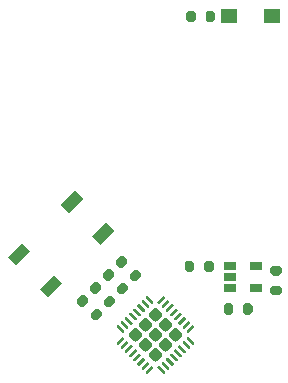
<source format=gbr>
G04 #@! TF.GenerationSoftware,KiCad,Pcbnew,(5.1.8)-1*
G04 #@! TF.CreationDate,2021-05-01T00:31:05-04:00*
G04 #@! TF.ProjectId,pcb,7063622e-6b69-4636-9164-5f7063625858,1*
G04 #@! TF.SameCoordinates,Original*
G04 #@! TF.FileFunction,Paste,Bot*
G04 #@! TF.FilePolarity,Positive*
%FSLAX46Y46*%
G04 Gerber Fmt 4.6, Leading zero omitted, Abs format (unit mm)*
G04 Created by KiCad (PCBNEW (5.1.8)-1) date 2021-05-01 00:31:05*
%MOMM*%
%LPD*%
G01*
G04 APERTURE LIST*
%ADD10R,1.060000X0.650000*%
%ADD11R,1.400000X1.250000*%
%ADD12C,0.152400*%
G04 APERTURE END LIST*
G36*
G01*
X200639340Y-112228249D02*
X201028249Y-111839340D01*
G75*
G02*
X201311091Y-111839340I141421J-141421D01*
G01*
X201593934Y-112122183D01*
G75*
G02*
X201593934Y-112405025I-141421J-141421D01*
G01*
X201205025Y-112793934D01*
G75*
G02*
X200922183Y-112793934I-141421J141421D01*
G01*
X200639340Y-112511091D01*
G75*
G02*
X200639340Y-112228249I141421J141421D01*
G01*
G37*
G36*
G01*
X201806066Y-113394975D02*
X202194975Y-113006066D01*
G75*
G02*
X202477817Y-113006066I141421J-141421D01*
G01*
X202760660Y-113288909D01*
G75*
G02*
X202760660Y-113571751I-141421J-141421D01*
G01*
X202371751Y-113960660D01*
G75*
G02*
X202088909Y-113960660I-141421J141421D01*
G01*
X201806066Y-113677817D01*
G75*
G02*
X201806066Y-113394975I141421J141421D01*
G01*
G37*
G36*
G01*
X202693934Y-111305025D02*
X202305025Y-111693934D01*
G75*
G02*
X202022183Y-111693934I-141421J141421D01*
G01*
X201739340Y-111411091D01*
G75*
G02*
X201739340Y-111128249I141421J141421D01*
G01*
X202128249Y-110739340D01*
G75*
G02*
X202411091Y-110739340I141421J-141421D01*
G01*
X202693934Y-111022183D01*
G75*
G02*
X202693934Y-111305025I-141421J-141421D01*
G01*
G37*
G36*
G01*
X203860660Y-112471751D02*
X203471751Y-112860660D01*
G75*
G02*
X203188909Y-112860660I-141421J141421D01*
G01*
X202906066Y-112577817D01*
G75*
G02*
X202906066Y-112294975I141421J141421D01*
G01*
X203294975Y-111906066D01*
G75*
G02*
X203577817Y-111906066I141421J-141421D01*
G01*
X203860660Y-112188909D01*
G75*
G02*
X203860660Y-112471751I-141421J-141421D01*
G01*
G37*
G36*
G01*
X204960660Y-111371751D02*
X204571751Y-111760660D01*
G75*
G02*
X204288909Y-111760660I-141421J141421D01*
G01*
X204006066Y-111477817D01*
G75*
G02*
X204006066Y-111194975I141421J141421D01*
G01*
X204394975Y-110806066D01*
G75*
G02*
X204677817Y-110806066I141421J-141421D01*
G01*
X204960660Y-111088909D01*
G75*
G02*
X204960660Y-111371751I-141421J-141421D01*
G01*
G37*
G36*
G01*
X203793934Y-110205025D02*
X203405025Y-110593934D01*
G75*
G02*
X203122183Y-110593934I-141421J141421D01*
G01*
X202839340Y-110311091D01*
G75*
G02*
X202839340Y-110028249I141421J141421D01*
G01*
X203228249Y-109639340D01*
G75*
G02*
X203511091Y-109639340I141421J-141421D01*
G01*
X203793934Y-109922183D01*
G75*
G02*
X203793934Y-110205025I-141421J-141421D01*
G01*
G37*
G36*
G01*
X211975000Y-114375000D02*
X211975000Y-113825000D01*
G75*
G02*
X212175000Y-113625000I200000J0D01*
G01*
X212575000Y-113625000D01*
G75*
G02*
X212775000Y-113825000I0J-200000D01*
G01*
X212775000Y-114375000D01*
G75*
G02*
X212575000Y-114575000I-200000J0D01*
G01*
X212175000Y-114575000D01*
G75*
G02*
X211975000Y-114375000I0J200000D01*
G01*
G37*
G36*
G01*
X213625000Y-114375000D02*
X213625000Y-113825000D01*
G75*
G02*
X213825000Y-113625000I200000J0D01*
G01*
X214225000Y-113625000D01*
G75*
G02*
X214425000Y-113825000I0J-200000D01*
G01*
X214425000Y-114375000D01*
G75*
G02*
X214225000Y-114575000I-200000J0D01*
G01*
X213825000Y-114575000D01*
G75*
G02*
X213625000Y-114375000I0J200000D01*
G01*
G37*
G36*
G01*
X216675000Y-111275000D02*
X216125000Y-111275000D01*
G75*
G02*
X215925000Y-111075000I0J200000D01*
G01*
X215925000Y-110675000D01*
G75*
G02*
X216125000Y-110475000I200000J0D01*
G01*
X216675000Y-110475000D01*
G75*
G02*
X216875000Y-110675000I0J-200000D01*
G01*
X216875000Y-111075000D01*
G75*
G02*
X216675000Y-111275000I-200000J0D01*
G01*
G37*
G36*
G01*
X216675000Y-112925000D02*
X216125000Y-112925000D01*
G75*
G02*
X215925000Y-112725000I0J200000D01*
G01*
X215925000Y-112325000D01*
G75*
G02*
X216125000Y-112125000I200000J0D01*
G01*
X216675000Y-112125000D01*
G75*
G02*
X216875000Y-112325000I0J-200000D01*
G01*
X216875000Y-112725000D01*
G75*
G02*
X216675000Y-112925000I-200000J0D01*
G01*
G37*
G36*
G01*
X209475000Y-110225000D02*
X209475000Y-110775000D01*
G75*
G02*
X209275000Y-110975000I-200000J0D01*
G01*
X208875000Y-110975000D01*
G75*
G02*
X208675000Y-110775000I0J200000D01*
G01*
X208675000Y-110225000D01*
G75*
G02*
X208875000Y-110025000I200000J0D01*
G01*
X209275000Y-110025000D01*
G75*
G02*
X209475000Y-110225000I0J-200000D01*
G01*
G37*
G36*
G01*
X211125000Y-110225000D02*
X211125000Y-110775000D01*
G75*
G02*
X210925000Y-110975000I-200000J0D01*
G01*
X210525000Y-110975000D01*
G75*
G02*
X210325000Y-110775000I0J200000D01*
G01*
X210325000Y-110225000D01*
G75*
G02*
X210525000Y-110025000I200000J0D01*
G01*
X210925000Y-110025000D01*
G75*
G02*
X211125000Y-110225000I0J-200000D01*
G01*
G37*
G36*
G01*
X209595000Y-89055000D02*
X209595000Y-89605000D01*
G75*
G02*
X209395000Y-89805000I-200000J0D01*
G01*
X208995000Y-89805000D01*
G75*
G02*
X208795000Y-89605000I0J200000D01*
G01*
X208795000Y-89055000D01*
G75*
G02*
X208995000Y-88855000I200000J0D01*
G01*
X209395000Y-88855000D01*
G75*
G02*
X209595000Y-89055000I0J-200000D01*
G01*
G37*
G36*
G01*
X211245000Y-89055000D02*
X211245000Y-89605000D01*
G75*
G02*
X211045000Y-89805000I-200000J0D01*
G01*
X210645000Y-89805000D01*
G75*
G02*
X210445000Y-89605000I0J200000D01*
G01*
X210445000Y-89055000D01*
G75*
G02*
X210645000Y-88855000I200000J0D01*
G01*
X211045000Y-88855000D01*
G75*
G02*
X211245000Y-89055000I0J-200000D01*
G01*
G37*
G36*
G01*
X201660660Y-114671751D02*
X201271751Y-115060660D01*
G75*
G02*
X200988909Y-115060660I-141421J141421D01*
G01*
X200706066Y-114777817D01*
G75*
G02*
X200706066Y-114494975I141421J141421D01*
G01*
X201094975Y-114106066D01*
G75*
G02*
X201377817Y-114106066I141421J-141421D01*
G01*
X201660660Y-114388909D01*
G75*
G02*
X201660660Y-114671751I-141421J-141421D01*
G01*
G37*
G36*
G01*
X200493934Y-113505025D02*
X200105025Y-113893934D01*
G75*
G02*
X199822183Y-113893934I-141421J141421D01*
G01*
X199539340Y-113611091D01*
G75*
G02*
X199539340Y-113328249I141421J141421D01*
G01*
X199928249Y-112939340D01*
G75*
G02*
X200211091Y-112939340I141421J-141421D01*
G01*
X200493934Y-113222183D01*
G75*
G02*
X200493934Y-113505025I-141421J-141421D01*
G01*
G37*
G36*
G01*
X206933623Y-113003115D02*
X207022012Y-113091504D01*
G75*
G02*
X207022012Y-113179892I-44194J-44194D01*
G01*
X206544715Y-113657189D01*
G75*
G02*
X206456327Y-113657189I-44194J44194D01*
G01*
X206367938Y-113568800D01*
G75*
G02*
X206367938Y-113480412I44194J44194D01*
G01*
X206845235Y-113003115D01*
G75*
G02*
X206933623Y-113003115I44194J-44194D01*
G01*
G37*
G36*
G01*
X207287176Y-113356668D02*
X207375565Y-113445057D01*
G75*
G02*
X207375565Y-113533445I-44194J-44194D01*
G01*
X206898268Y-114010742D01*
G75*
G02*
X206809880Y-114010742I-44194J44194D01*
G01*
X206721491Y-113922353D01*
G75*
G02*
X206721491Y-113833965I44194J44194D01*
G01*
X207198788Y-113356668D01*
G75*
G02*
X207287176Y-113356668I44194J-44194D01*
G01*
G37*
G36*
G01*
X207640730Y-113710221D02*
X207729119Y-113798610D01*
G75*
G02*
X207729119Y-113886998I-44194J-44194D01*
G01*
X207251822Y-114364295D01*
G75*
G02*
X207163434Y-114364295I-44194J44194D01*
G01*
X207075045Y-114275906D01*
G75*
G02*
X207075045Y-114187518I44194J44194D01*
G01*
X207552342Y-113710221D01*
G75*
G02*
X207640730Y-113710221I44194J-44194D01*
G01*
G37*
G36*
G01*
X207994283Y-114063775D02*
X208082672Y-114152164D01*
G75*
G02*
X208082672Y-114240552I-44194J-44194D01*
G01*
X207605375Y-114717849D01*
G75*
G02*
X207516987Y-114717849I-44194J44194D01*
G01*
X207428598Y-114629460D01*
G75*
G02*
X207428598Y-114541072I44194J44194D01*
G01*
X207905895Y-114063775D01*
G75*
G02*
X207994283Y-114063775I44194J-44194D01*
G01*
G37*
G36*
G01*
X208347836Y-114417328D02*
X208436225Y-114505717D01*
G75*
G02*
X208436225Y-114594105I-44194J-44194D01*
G01*
X207958928Y-115071402D01*
G75*
G02*
X207870540Y-115071402I-44194J44194D01*
G01*
X207782151Y-114983013D01*
G75*
G02*
X207782151Y-114894625I44194J44194D01*
G01*
X208259448Y-114417328D01*
G75*
G02*
X208347836Y-114417328I44194J-44194D01*
G01*
G37*
G36*
G01*
X208701390Y-114770881D02*
X208789779Y-114859270D01*
G75*
G02*
X208789779Y-114947658I-44194J-44194D01*
G01*
X208312482Y-115424955D01*
G75*
G02*
X208224094Y-115424955I-44194J44194D01*
G01*
X208135705Y-115336566D01*
G75*
G02*
X208135705Y-115248178I44194J44194D01*
G01*
X208613002Y-114770881D01*
G75*
G02*
X208701390Y-114770881I44194J-44194D01*
G01*
G37*
G36*
G01*
X209054943Y-115124435D02*
X209143332Y-115212824D01*
G75*
G02*
X209143332Y-115301212I-44194J-44194D01*
G01*
X208666035Y-115778509D01*
G75*
G02*
X208577647Y-115778509I-44194J44194D01*
G01*
X208489258Y-115690120D01*
G75*
G02*
X208489258Y-115601732I44194J44194D01*
G01*
X208966555Y-115124435D01*
G75*
G02*
X209054943Y-115124435I44194J-44194D01*
G01*
G37*
G36*
G01*
X209408496Y-115477988D02*
X209496885Y-115566377D01*
G75*
G02*
X209496885Y-115654765I-44194J-44194D01*
G01*
X209019588Y-116132062D01*
G75*
G02*
X208931200Y-116132062I-44194J44194D01*
G01*
X208842811Y-116043673D01*
G75*
G02*
X208842811Y-115955285I44194J44194D01*
G01*
X209320108Y-115477988D01*
G75*
G02*
X209408496Y-115477988I44194J-44194D01*
G01*
G37*
G36*
G01*
X209019588Y-116467938D02*
X209496885Y-116945235D01*
G75*
G02*
X209496885Y-117033623I-44194J-44194D01*
G01*
X209408496Y-117122012D01*
G75*
G02*
X209320108Y-117122012I-44194J44194D01*
G01*
X208842811Y-116644715D01*
G75*
G02*
X208842811Y-116556327I44194J44194D01*
G01*
X208931200Y-116467938D01*
G75*
G02*
X209019588Y-116467938I44194J-44194D01*
G01*
G37*
G36*
G01*
X208666035Y-116821491D02*
X209143332Y-117298788D01*
G75*
G02*
X209143332Y-117387176I-44194J-44194D01*
G01*
X209054943Y-117475565D01*
G75*
G02*
X208966555Y-117475565I-44194J44194D01*
G01*
X208489258Y-116998268D01*
G75*
G02*
X208489258Y-116909880I44194J44194D01*
G01*
X208577647Y-116821491D01*
G75*
G02*
X208666035Y-116821491I44194J-44194D01*
G01*
G37*
G36*
G01*
X208312482Y-117175045D02*
X208789779Y-117652342D01*
G75*
G02*
X208789779Y-117740730I-44194J-44194D01*
G01*
X208701390Y-117829119D01*
G75*
G02*
X208613002Y-117829119I-44194J44194D01*
G01*
X208135705Y-117351822D01*
G75*
G02*
X208135705Y-117263434I44194J44194D01*
G01*
X208224094Y-117175045D01*
G75*
G02*
X208312482Y-117175045I44194J-44194D01*
G01*
G37*
G36*
G01*
X207958928Y-117528598D02*
X208436225Y-118005895D01*
G75*
G02*
X208436225Y-118094283I-44194J-44194D01*
G01*
X208347836Y-118182672D01*
G75*
G02*
X208259448Y-118182672I-44194J44194D01*
G01*
X207782151Y-117705375D01*
G75*
G02*
X207782151Y-117616987I44194J44194D01*
G01*
X207870540Y-117528598D01*
G75*
G02*
X207958928Y-117528598I44194J-44194D01*
G01*
G37*
G36*
G01*
X207605375Y-117882151D02*
X208082672Y-118359448D01*
G75*
G02*
X208082672Y-118447836I-44194J-44194D01*
G01*
X207994283Y-118536225D01*
G75*
G02*
X207905895Y-118536225I-44194J44194D01*
G01*
X207428598Y-118058928D01*
G75*
G02*
X207428598Y-117970540I44194J44194D01*
G01*
X207516987Y-117882151D01*
G75*
G02*
X207605375Y-117882151I44194J-44194D01*
G01*
G37*
G36*
G01*
X207251822Y-118235705D02*
X207729119Y-118713002D01*
G75*
G02*
X207729119Y-118801390I-44194J-44194D01*
G01*
X207640730Y-118889779D01*
G75*
G02*
X207552342Y-118889779I-44194J44194D01*
G01*
X207075045Y-118412482D01*
G75*
G02*
X207075045Y-118324094I44194J44194D01*
G01*
X207163434Y-118235705D01*
G75*
G02*
X207251822Y-118235705I44194J-44194D01*
G01*
G37*
G36*
G01*
X206898268Y-118589258D02*
X207375565Y-119066555D01*
G75*
G02*
X207375565Y-119154943I-44194J-44194D01*
G01*
X207287176Y-119243332D01*
G75*
G02*
X207198788Y-119243332I-44194J44194D01*
G01*
X206721491Y-118766035D01*
G75*
G02*
X206721491Y-118677647I44194J44194D01*
G01*
X206809880Y-118589258D01*
G75*
G02*
X206898268Y-118589258I44194J-44194D01*
G01*
G37*
G36*
G01*
X206544715Y-118942811D02*
X207022012Y-119420108D01*
G75*
G02*
X207022012Y-119508496I-44194J-44194D01*
G01*
X206933623Y-119596885D01*
G75*
G02*
X206845235Y-119596885I-44194J44194D01*
G01*
X206367938Y-119119588D01*
G75*
G02*
X206367938Y-119031200I44194J44194D01*
G01*
X206456327Y-118942811D01*
G75*
G02*
X206544715Y-118942811I44194J-44194D01*
G01*
G37*
G36*
G01*
X205943673Y-118942811D02*
X206032062Y-119031200D01*
G75*
G02*
X206032062Y-119119588I-44194J-44194D01*
G01*
X205554765Y-119596885D01*
G75*
G02*
X205466377Y-119596885I-44194J44194D01*
G01*
X205377988Y-119508496D01*
G75*
G02*
X205377988Y-119420108I44194J44194D01*
G01*
X205855285Y-118942811D01*
G75*
G02*
X205943673Y-118942811I44194J-44194D01*
G01*
G37*
G36*
G01*
X205590120Y-118589258D02*
X205678509Y-118677647D01*
G75*
G02*
X205678509Y-118766035I-44194J-44194D01*
G01*
X205201212Y-119243332D01*
G75*
G02*
X205112824Y-119243332I-44194J44194D01*
G01*
X205024435Y-119154943D01*
G75*
G02*
X205024435Y-119066555I44194J44194D01*
G01*
X205501732Y-118589258D01*
G75*
G02*
X205590120Y-118589258I44194J-44194D01*
G01*
G37*
G36*
G01*
X205236566Y-118235705D02*
X205324955Y-118324094D01*
G75*
G02*
X205324955Y-118412482I-44194J-44194D01*
G01*
X204847658Y-118889779D01*
G75*
G02*
X204759270Y-118889779I-44194J44194D01*
G01*
X204670881Y-118801390D01*
G75*
G02*
X204670881Y-118713002I44194J44194D01*
G01*
X205148178Y-118235705D01*
G75*
G02*
X205236566Y-118235705I44194J-44194D01*
G01*
G37*
G36*
G01*
X204883013Y-117882151D02*
X204971402Y-117970540D01*
G75*
G02*
X204971402Y-118058928I-44194J-44194D01*
G01*
X204494105Y-118536225D01*
G75*
G02*
X204405717Y-118536225I-44194J44194D01*
G01*
X204317328Y-118447836D01*
G75*
G02*
X204317328Y-118359448I44194J44194D01*
G01*
X204794625Y-117882151D01*
G75*
G02*
X204883013Y-117882151I44194J-44194D01*
G01*
G37*
G36*
G01*
X204529460Y-117528598D02*
X204617849Y-117616987D01*
G75*
G02*
X204617849Y-117705375I-44194J-44194D01*
G01*
X204140552Y-118182672D01*
G75*
G02*
X204052164Y-118182672I-44194J44194D01*
G01*
X203963775Y-118094283D01*
G75*
G02*
X203963775Y-118005895I44194J44194D01*
G01*
X204441072Y-117528598D01*
G75*
G02*
X204529460Y-117528598I44194J-44194D01*
G01*
G37*
G36*
G01*
X204175906Y-117175045D02*
X204264295Y-117263434D01*
G75*
G02*
X204264295Y-117351822I-44194J-44194D01*
G01*
X203786998Y-117829119D01*
G75*
G02*
X203698610Y-117829119I-44194J44194D01*
G01*
X203610221Y-117740730D01*
G75*
G02*
X203610221Y-117652342I44194J44194D01*
G01*
X204087518Y-117175045D01*
G75*
G02*
X204175906Y-117175045I44194J-44194D01*
G01*
G37*
G36*
G01*
X203822353Y-116821491D02*
X203910742Y-116909880D01*
G75*
G02*
X203910742Y-116998268I-44194J-44194D01*
G01*
X203433445Y-117475565D01*
G75*
G02*
X203345057Y-117475565I-44194J44194D01*
G01*
X203256668Y-117387176D01*
G75*
G02*
X203256668Y-117298788I44194J44194D01*
G01*
X203733965Y-116821491D01*
G75*
G02*
X203822353Y-116821491I44194J-44194D01*
G01*
G37*
G36*
G01*
X203468800Y-116467938D02*
X203557189Y-116556327D01*
G75*
G02*
X203557189Y-116644715I-44194J-44194D01*
G01*
X203079892Y-117122012D01*
G75*
G02*
X202991504Y-117122012I-44194J44194D01*
G01*
X202903115Y-117033623D01*
G75*
G02*
X202903115Y-116945235I44194J44194D01*
G01*
X203380412Y-116467938D01*
G75*
G02*
X203468800Y-116467938I44194J-44194D01*
G01*
G37*
G36*
G01*
X203079892Y-115477988D02*
X203557189Y-115955285D01*
G75*
G02*
X203557189Y-116043673I-44194J-44194D01*
G01*
X203468800Y-116132062D01*
G75*
G02*
X203380412Y-116132062I-44194J44194D01*
G01*
X202903115Y-115654765D01*
G75*
G02*
X202903115Y-115566377I44194J44194D01*
G01*
X202991504Y-115477988D01*
G75*
G02*
X203079892Y-115477988I44194J-44194D01*
G01*
G37*
G36*
G01*
X203433445Y-115124435D02*
X203910742Y-115601732D01*
G75*
G02*
X203910742Y-115690120I-44194J-44194D01*
G01*
X203822353Y-115778509D01*
G75*
G02*
X203733965Y-115778509I-44194J44194D01*
G01*
X203256668Y-115301212D01*
G75*
G02*
X203256668Y-115212824I44194J44194D01*
G01*
X203345057Y-115124435D01*
G75*
G02*
X203433445Y-115124435I44194J-44194D01*
G01*
G37*
G36*
G01*
X203786998Y-114770881D02*
X204264295Y-115248178D01*
G75*
G02*
X204264295Y-115336566I-44194J-44194D01*
G01*
X204175906Y-115424955D01*
G75*
G02*
X204087518Y-115424955I-44194J44194D01*
G01*
X203610221Y-114947658D01*
G75*
G02*
X203610221Y-114859270I44194J44194D01*
G01*
X203698610Y-114770881D01*
G75*
G02*
X203786998Y-114770881I44194J-44194D01*
G01*
G37*
G36*
G01*
X204140552Y-114417328D02*
X204617849Y-114894625D01*
G75*
G02*
X204617849Y-114983013I-44194J-44194D01*
G01*
X204529460Y-115071402D01*
G75*
G02*
X204441072Y-115071402I-44194J44194D01*
G01*
X203963775Y-114594105D01*
G75*
G02*
X203963775Y-114505717I44194J44194D01*
G01*
X204052164Y-114417328D01*
G75*
G02*
X204140552Y-114417328I44194J-44194D01*
G01*
G37*
G36*
G01*
X204494105Y-114063775D02*
X204971402Y-114541072D01*
G75*
G02*
X204971402Y-114629460I-44194J-44194D01*
G01*
X204883013Y-114717849D01*
G75*
G02*
X204794625Y-114717849I-44194J44194D01*
G01*
X204317328Y-114240552D01*
G75*
G02*
X204317328Y-114152164I44194J44194D01*
G01*
X204405717Y-114063775D01*
G75*
G02*
X204494105Y-114063775I44194J-44194D01*
G01*
G37*
G36*
G01*
X204847658Y-113710221D02*
X205324955Y-114187518D01*
G75*
G02*
X205324955Y-114275906I-44194J-44194D01*
G01*
X205236566Y-114364295D01*
G75*
G02*
X205148178Y-114364295I-44194J44194D01*
G01*
X204670881Y-113886998D01*
G75*
G02*
X204670881Y-113798610I44194J44194D01*
G01*
X204759270Y-113710221D01*
G75*
G02*
X204847658Y-113710221I44194J-44194D01*
G01*
G37*
G36*
G01*
X205201212Y-113356668D02*
X205678509Y-113833965D01*
G75*
G02*
X205678509Y-113922353I-44194J-44194D01*
G01*
X205590120Y-114010742D01*
G75*
G02*
X205501732Y-114010742I-44194J44194D01*
G01*
X205024435Y-113533445D01*
G75*
G02*
X205024435Y-113445057I44194J44194D01*
G01*
X205112824Y-113356668D01*
G75*
G02*
X205201212Y-113356668I44194J-44194D01*
G01*
G37*
G36*
G01*
X205554765Y-113003115D02*
X206032062Y-113480412D01*
G75*
G02*
X206032062Y-113568800I-44194J-44194D01*
G01*
X205943673Y-113657189D01*
G75*
G02*
X205855285Y-113657189I-44194J44194D01*
G01*
X205377988Y-113179892D01*
G75*
G02*
X205377988Y-113091504I44194J44194D01*
G01*
X205466377Y-113003115D01*
G75*
G02*
X205554765Y-113003115I44194J-44194D01*
G01*
G37*
G36*
G01*
X206371473Y-114088524D02*
X206714420Y-114431471D01*
G75*
G02*
X206714420Y-114774417I-171473J-171473D01*
G01*
X206371473Y-115117364D01*
G75*
G02*
X206028527Y-115117364I-171473J171473D01*
G01*
X205685580Y-114774417D01*
G75*
G02*
X205685580Y-114431471I171473J171473D01*
G01*
X206028527Y-114088524D01*
G75*
G02*
X206371473Y-114088524I171473J-171473D01*
G01*
G37*
G36*
G01*
X207220001Y-114937052D02*
X207562948Y-115279999D01*
G75*
G02*
X207562948Y-115622945I-171473J-171473D01*
G01*
X207220001Y-115965892D01*
G75*
G02*
X206877055Y-115965892I-171473J171473D01*
G01*
X206534108Y-115622945D01*
G75*
G02*
X206534108Y-115279999I171473J171473D01*
G01*
X206877055Y-114937052D01*
G75*
G02*
X207220001Y-114937052I171473J-171473D01*
G01*
G37*
G36*
G01*
X208068529Y-115785580D02*
X208411476Y-116128527D01*
G75*
G02*
X208411476Y-116471473I-171473J-171473D01*
G01*
X208068529Y-116814420D01*
G75*
G02*
X207725583Y-116814420I-171473J171473D01*
G01*
X207382636Y-116471473D01*
G75*
G02*
X207382636Y-116128527I171473J171473D01*
G01*
X207725583Y-115785580D01*
G75*
G02*
X208068529Y-115785580I171473J-171473D01*
G01*
G37*
G36*
G01*
X205522945Y-114937052D02*
X205865892Y-115279999D01*
G75*
G02*
X205865892Y-115622945I-171473J-171473D01*
G01*
X205522945Y-115965892D01*
G75*
G02*
X205179999Y-115965892I-171473J171473D01*
G01*
X204837052Y-115622945D01*
G75*
G02*
X204837052Y-115279999I171473J171473D01*
G01*
X205179999Y-114937052D01*
G75*
G02*
X205522945Y-114937052I171473J-171473D01*
G01*
G37*
G36*
G01*
X206371473Y-115785580D02*
X206714420Y-116128527D01*
G75*
G02*
X206714420Y-116471473I-171473J-171473D01*
G01*
X206371473Y-116814420D01*
G75*
G02*
X206028527Y-116814420I-171473J171473D01*
G01*
X205685580Y-116471473D01*
G75*
G02*
X205685580Y-116128527I171473J171473D01*
G01*
X206028527Y-115785580D01*
G75*
G02*
X206371473Y-115785580I171473J-171473D01*
G01*
G37*
G36*
G01*
X207220001Y-116634108D02*
X207562948Y-116977055D01*
G75*
G02*
X207562948Y-117320001I-171473J-171473D01*
G01*
X207220001Y-117662948D01*
G75*
G02*
X206877055Y-117662948I-171473J171473D01*
G01*
X206534108Y-117320001D01*
G75*
G02*
X206534108Y-116977055I171473J171473D01*
G01*
X206877055Y-116634108D01*
G75*
G02*
X207220001Y-116634108I171473J-171473D01*
G01*
G37*
G36*
G01*
X204674417Y-115785580D02*
X205017364Y-116128527D01*
G75*
G02*
X205017364Y-116471473I-171473J-171473D01*
G01*
X204674417Y-116814420D01*
G75*
G02*
X204331471Y-116814420I-171473J171473D01*
G01*
X203988524Y-116471473D01*
G75*
G02*
X203988524Y-116128527I171473J171473D01*
G01*
X204331471Y-115785580D01*
G75*
G02*
X204674417Y-115785580I171473J-171473D01*
G01*
G37*
G36*
G01*
X205522945Y-116634108D02*
X205865892Y-116977055D01*
G75*
G02*
X205865892Y-117320001I-171473J-171473D01*
G01*
X205522945Y-117662948D01*
G75*
G02*
X205179999Y-117662948I-171473J171473D01*
G01*
X204837052Y-117320001D01*
G75*
G02*
X204837052Y-116977055I171473J171473D01*
G01*
X205179999Y-116634108D01*
G75*
G02*
X205522945Y-116634108I171473J-171473D01*
G01*
G37*
G36*
G01*
X206371473Y-117482636D02*
X206714420Y-117825583D01*
G75*
G02*
X206714420Y-118168529I-171473J-171473D01*
G01*
X206371473Y-118511476D01*
G75*
G02*
X206028527Y-118511476I-171473J171473D01*
G01*
X205685580Y-118168529D01*
G75*
G02*
X205685580Y-117825583I171473J171473D01*
G01*
X206028527Y-117482636D01*
G75*
G02*
X206371473Y-117482636I171473J-171473D01*
G01*
G37*
D10*
X212500000Y-112350000D03*
X212500000Y-111400000D03*
X212500000Y-110450000D03*
X214700000Y-110450000D03*
X214700000Y-112350000D03*
D11*
X212390000Y-89320000D03*
X216090000Y-89320000D03*
D12*
G36*
X197088630Y-113115483D02*
G01*
X196381523Y-112408376D01*
X197583604Y-111206295D01*
X198290711Y-111913402D01*
X197088630Y-113115483D01*
G37*
G36*
X201543402Y-108660711D02*
G01*
X200836295Y-107953604D01*
X202038376Y-106751523D01*
X202745483Y-107458630D01*
X201543402Y-108660711D01*
G37*
G36*
X194401624Y-110428477D02*
G01*
X193694517Y-109721370D01*
X194896598Y-108519289D01*
X195603705Y-109226396D01*
X194401624Y-110428477D01*
G37*
G36*
X198856396Y-105973705D02*
G01*
X198149289Y-105266598D01*
X199351370Y-104064517D01*
X200058477Y-104771624D01*
X198856396Y-105973705D01*
G37*
M02*

</source>
